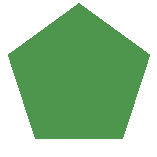
<source format=gbr>
%FSLAX34Y34*%%MOIN*%%AMPOLYGON*5,1,5,0,0,0.5,18*%%ADD10POLYGON*%D10*X0Y0D03*M02*
</source>
